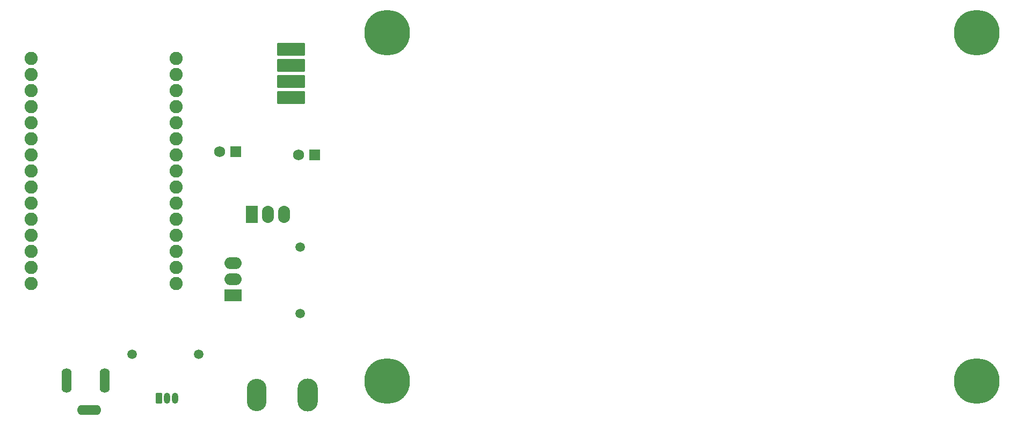
<source format=gts>
G04 Layer: TopSolderMaskLayer*
G04 EasyEDA v6.5.22, 2022-12-24 17:29:58*
G04 e378571d72874c3dbad289936ee8c248,b6e8962e620740079bb188d2402746ea,10*
G04 Gerber Generator version 0.2*
G04 Scale: 100 percent, Rotated: No, Reflected: No *
G04 Dimensions in inches *
G04 leading zeros omitted , absolute positions ,3 integer and 6 decimal *
%FSLAX36Y36*%
%MOIN*%

%AMMACRO1*1,1,$1,$2,$3*1,1,$1,$4,$5*1,1,$1,0-$2,0-$3*1,1,$1,0-$4,0-$5*20,1,$1,$2,$3,$4,$5,0*20,1,$1,$4,$5,0-$2,0-$3,0*20,1,$1,0-$2,0-$3,0-$4,0-$5,0*20,1,$1,0-$4,0-$5,$2,$3,0*4,1,4,$2,$3,$4,$5,0-$2,0-$3,0-$4,0-$5,$2,$3,0*%
%ADD10C,0.2836*%
%ADD11MACRO1,0.0157X-0.0787X0.0335X0.0787X0.0335*%
%ADD12O,0.10636200000000001X0.074866*%
%ADD13MACRO1,0.004X-0.0512X-0.0354X-0.0512X0.0354*%
%ADD14O,0.074866X0.10636200000000001*%
%ADD15MACRO1,0.004X-0.0354X0.0512X0.0354X0.0512*%
%ADD16O,0.039432999999999996X0.066992*%
%ADD17MACRO1,0.004X-0.0177X0.0315X0.0177X0.0315*%
%ADD18O,0.149669X0.063055*%
%ADD19O,0.063055X0.153606*%
%ADD20C,0.0690*%
%ADD21MACRO1,0.004X-0.0325X0.0325X0.0325X0.0325*%
%ADD22O,0.12211X0.20085*%
%ADD23O,0.126142X0.20488199999999998*%
%ADD24C,0.0591*%
%ADD25C,0.0820*%

%LPD*%
D10*
G01*
X2595169Y2503800D03*
G01*
X2595169Y338400D03*
G01*
X6256570Y338400D03*
G01*
X6256570Y2503800D03*
D11*
G01*
X2000000Y2400000D03*
G01*
X2000000Y2300000D03*
G01*
X2000000Y2200000D03*
G01*
X2000000Y2100000D03*
D12*
G01*
X1639804Y969994D03*
G01*
X1640195Y1070005D03*
D13*
G01*
X1639805Y869995D03*
D14*
G01*
X1854994Y1375194D03*
G01*
X1955005Y1374805D03*
D15*
G01*
X1754994Y1375195D03*
D16*
G01*
X1280000Y230000D03*
G01*
X1230000Y230000D03*
D17*
G01*
X1180000Y230000D03*
D18*
G01*
X744699Y158449D03*
D19*
G01*
X606900Y341550D03*
G01*
X843100Y341550D03*
D20*
G01*
X1555000Y1765000D03*
D21*
G01*
X1655000Y1765000D03*
G01*
X2145000Y1745000D03*
D20*
G01*
X2045000Y1745000D03*
D22*
G01*
X1787520Y250000D03*
D23*
G01*
X2102479Y250000D03*
D24*
G01*
X2055000Y1171689D03*
G01*
X2055000Y758310D03*
G01*
X1013310Y505000D03*
G01*
X1426689Y505000D03*
D25*
G01*
X1285000Y945000D03*
G01*
X1285000Y1045000D03*
G01*
X1285000Y1145000D03*
G01*
X1285000Y1245000D03*
G01*
X1285000Y1345000D03*
G01*
X1285000Y1445000D03*
G01*
X1285000Y1545000D03*
G01*
X1285000Y1645000D03*
G01*
X1285000Y1745000D03*
G01*
X1285000Y1845000D03*
G01*
X1285000Y1945000D03*
G01*
X1285000Y2045000D03*
G01*
X1285000Y2145000D03*
G01*
X1285000Y2245000D03*
G01*
X1285000Y2345000D03*
G01*
X385000Y2345000D03*
G01*
X385000Y2245000D03*
G01*
X385000Y2145000D03*
G01*
X385000Y2045000D03*
G01*
X385000Y1945000D03*
G01*
X385000Y1845000D03*
G01*
X385000Y1745000D03*
G01*
X385000Y1645000D03*
G01*
X385000Y1545000D03*
G01*
X385000Y1445000D03*
G01*
X385000Y1345000D03*
G01*
X385000Y1245000D03*
G01*
X385000Y1145000D03*
G01*
X385000Y1045000D03*
G01*
X385000Y945000D03*
M02*

</source>
